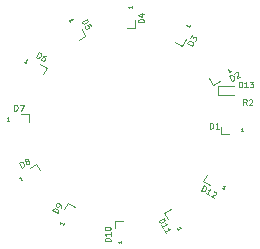
<source format=gto>
G04 #@! TF.GenerationSoftware,KiCad,Pcbnew,7.0.5.1-1-g8f565ef7f0-dirty-deb11*
G04 #@! TF.CreationDate,2023-07-22T11:30:38+00:00*
G04 #@! TF.ProjectId,pedalboard-led-ring,70656461-6c62-46f6-9172-642d6c65642d,1.0.0*
G04 #@! TF.SameCoordinates,Original*
G04 #@! TF.FileFunction,Legend,Top*
G04 #@! TF.FilePolarity,Positive*
%FSLAX46Y46*%
G04 Gerber Fmt 4.6, Leading zero omitted, Abs format (unit mm)*
G04 Created by KiCad (PCBNEW 7.0.5.1-1-g8f565ef7f0-dirty-deb11) date 2023-07-22 11:30:38*
%MOMM*%
%LPD*%
G01*
G04 APERTURE LIST*
%ADD10C,0.100000*%
%ADD11C,0.075000*%
%ADD12C,0.120000*%
%ADD13R,0.500000X0.500000*%
%ADD14C,2.200000*%
G04 APERTURE END LIST*
D10*
X82850612Y-68145712D02*
X83283624Y-67895712D01*
X83283624Y-67895712D02*
X83343148Y-67998810D01*
X83343148Y-67998810D02*
X83358243Y-68072574D01*
X83358243Y-68072574D02*
X83340813Y-68137622D01*
X83340813Y-68137622D02*
X83311479Y-68182052D01*
X83311479Y-68182052D02*
X83240905Y-68250290D01*
X83240905Y-68250290D02*
X83179046Y-68286005D01*
X83179046Y-68286005D02*
X83084662Y-68313004D01*
X83084662Y-68313004D02*
X83031518Y-68316194D01*
X83031518Y-68316194D02*
X82966469Y-68298764D01*
X82966469Y-68298764D02*
X82910136Y-68248810D01*
X82910136Y-68248810D02*
X82850612Y-68145712D01*
X83231564Y-68805540D02*
X83088707Y-68558105D01*
X83160136Y-68681823D02*
X83593148Y-68431823D01*
X83593148Y-68431823D02*
X83507480Y-68426297D01*
X83507480Y-68426297D02*
X83442431Y-68408868D01*
X83442431Y-68408868D02*
X83398002Y-68379533D01*
X83469659Y-69217933D02*
X83326802Y-68970497D01*
X83398231Y-69094215D02*
X83831243Y-68844215D01*
X83831243Y-68844215D02*
X83745575Y-68838690D01*
X83745575Y-68838690D02*
X83680526Y-68821260D01*
X83680526Y-68821260D02*
X83636097Y-68791926D01*
D11*
X84498831Y-68961975D02*
X84413117Y-68813514D01*
X84455974Y-68887744D02*
X84715782Y-68737744D01*
X84715782Y-68737744D02*
X84664381Y-68734429D01*
X84664381Y-68734429D02*
X84625351Y-68723972D01*
X84625351Y-68723972D02*
X84598694Y-68706371D01*
D10*
X87210952Y-60366109D02*
X87210952Y-59866109D01*
X87210952Y-59866109D02*
X87330000Y-59866109D01*
X87330000Y-59866109D02*
X87401428Y-59889919D01*
X87401428Y-59889919D02*
X87449047Y-59937538D01*
X87449047Y-59937538D02*
X87472857Y-59985157D01*
X87472857Y-59985157D02*
X87496666Y-60080395D01*
X87496666Y-60080395D02*
X87496666Y-60151823D01*
X87496666Y-60151823D02*
X87472857Y-60247061D01*
X87472857Y-60247061D02*
X87449047Y-60294680D01*
X87449047Y-60294680D02*
X87401428Y-60342300D01*
X87401428Y-60342300D02*
X87330000Y-60366109D01*
X87330000Y-60366109D02*
X87210952Y-60366109D01*
X87972857Y-60366109D02*
X87687143Y-60366109D01*
X87830000Y-60366109D02*
X87830000Y-59866109D01*
X87830000Y-59866109D02*
X87782381Y-59937538D01*
X87782381Y-59937538D02*
X87734762Y-59985157D01*
X87734762Y-59985157D02*
X87687143Y-60008966D01*
D11*
X90010714Y-60584885D02*
X89839285Y-60584885D01*
X89925000Y-60584885D02*
X89925000Y-60284885D01*
X89925000Y-60284885D02*
X89896428Y-60327742D01*
X89896428Y-60327742D02*
X89867857Y-60356314D01*
X89867857Y-60356314D02*
X89839285Y-60370600D01*
D10*
X81626109Y-51369047D02*
X81126109Y-51369047D01*
X81126109Y-51369047D02*
X81126109Y-51249999D01*
X81126109Y-51249999D02*
X81149919Y-51178571D01*
X81149919Y-51178571D02*
X81197538Y-51130952D01*
X81197538Y-51130952D02*
X81245157Y-51107142D01*
X81245157Y-51107142D02*
X81340395Y-51083333D01*
X81340395Y-51083333D02*
X81411823Y-51083333D01*
X81411823Y-51083333D02*
X81507061Y-51107142D01*
X81507061Y-51107142D02*
X81554680Y-51130952D01*
X81554680Y-51130952D02*
X81602300Y-51178571D01*
X81602300Y-51178571D02*
X81626109Y-51249999D01*
X81626109Y-51249999D02*
X81626109Y-51369047D01*
X81292776Y-50654761D02*
X81626109Y-50654761D01*
X81102300Y-50773809D02*
X81459442Y-50892856D01*
X81459442Y-50892856D02*
X81459442Y-50583333D01*
D11*
X80584885Y-49989285D02*
X80584885Y-50160714D01*
X80584885Y-50074999D02*
X80284885Y-50074999D01*
X80284885Y-50074999D02*
X80327742Y-50103571D01*
X80327742Y-50103571D02*
X80356314Y-50132142D01*
X80356314Y-50132142D02*
X80370600Y-50160714D01*
D10*
X86455373Y-65604681D02*
X86705373Y-65171668D01*
X86705373Y-65171668D02*
X86808471Y-65231192D01*
X86808471Y-65231192D02*
X86858425Y-65287526D01*
X86858425Y-65287526D02*
X86875855Y-65352575D01*
X86875855Y-65352575D02*
X86872665Y-65405719D01*
X86872665Y-65405719D02*
X86845666Y-65500102D01*
X86845666Y-65500102D02*
X86809952Y-65561961D01*
X86809952Y-65561961D02*
X86741713Y-65632535D01*
X86741713Y-65632535D02*
X86697284Y-65661870D01*
X86697284Y-65661870D02*
X86632235Y-65679299D01*
X86632235Y-65679299D02*
X86558471Y-65664205D01*
X86558471Y-65664205D02*
X86455373Y-65604681D01*
X87115202Y-65985633D02*
X86867766Y-65842776D01*
X86991484Y-65914205D02*
X87241484Y-65481192D01*
X87241484Y-65481192D02*
X87164530Y-65519241D01*
X87164530Y-65519241D02*
X87099482Y-65536671D01*
X87099482Y-65536671D02*
X87046337Y-65533481D01*
X87506349Y-65689098D02*
X87538874Y-65680383D01*
X87538874Y-65680383D02*
X87592018Y-65683573D01*
X87592018Y-65683573D02*
X87695116Y-65743097D01*
X87695116Y-65743097D02*
X87724450Y-65787526D01*
X87724450Y-65787526D02*
X87733165Y-65820050D01*
X87733165Y-65820050D02*
X87729975Y-65873194D01*
X87729975Y-65873194D02*
X87706166Y-65914433D01*
X87706166Y-65914433D02*
X87649832Y-65964388D01*
X87649832Y-65964388D02*
X87259539Y-66068966D01*
X87259539Y-66068966D02*
X87527595Y-66223728D01*
D11*
X88377090Y-65511882D02*
X88228628Y-65426168D01*
X88302859Y-65469025D02*
X88452859Y-65209217D01*
X88452859Y-65209217D02*
X88406687Y-65232047D01*
X88406687Y-65232047D02*
X88367657Y-65242505D01*
X88367657Y-65242505D02*
X88335771Y-65240591D01*
D10*
X71299221Y-63667904D02*
X71049221Y-63234891D01*
X71049221Y-63234891D02*
X71152319Y-63175367D01*
X71152319Y-63175367D02*
X71226083Y-63160273D01*
X71226083Y-63160273D02*
X71291132Y-63177702D01*
X71291132Y-63177702D02*
X71335561Y-63207037D01*
X71335561Y-63207037D02*
X71403800Y-63277611D01*
X71403800Y-63277611D02*
X71439514Y-63339470D01*
X71439514Y-63339470D02*
X71466513Y-63433853D01*
X71466513Y-63433853D02*
X71469703Y-63486997D01*
X71469703Y-63486997D02*
X71452273Y-63552046D01*
X71452273Y-63552046D02*
X71402319Y-63608380D01*
X71402319Y-63608380D02*
X71299221Y-63667904D01*
X71651235Y-63134754D02*
X71598091Y-63137944D01*
X71598091Y-63137944D02*
X71565567Y-63129229D01*
X71565567Y-63129229D02*
X71521138Y-63099894D01*
X71521138Y-63099894D02*
X71509233Y-63079274D01*
X71509233Y-63079274D02*
X71506043Y-63026130D01*
X71506043Y-63026130D02*
X71514758Y-62993606D01*
X71514758Y-62993606D02*
X71544093Y-62949177D01*
X71544093Y-62949177D02*
X71626571Y-62901558D01*
X71626571Y-62901558D02*
X71679715Y-62898368D01*
X71679715Y-62898368D02*
X71712240Y-62907083D01*
X71712240Y-62907083D02*
X71756669Y-62936417D01*
X71756669Y-62936417D02*
X71768574Y-62957037D01*
X71768574Y-62957037D02*
X71771763Y-63010181D01*
X71771763Y-63010181D02*
X71763049Y-63042705D01*
X71763049Y-63042705D02*
X71733714Y-63087135D01*
X71733714Y-63087135D02*
X71651235Y-63134754D01*
X71651235Y-63134754D02*
X71621901Y-63179183D01*
X71621901Y-63179183D02*
X71613186Y-63211707D01*
X71613186Y-63211707D02*
X71616376Y-63264851D01*
X71616376Y-63264851D02*
X71663995Y-63347330D01*
X71663995Y-63347330D02*
X71708424Y-63376664D01*
X71708424Y-63376664D02*
X71740948Y-63385379D01*
X71740948Y-63385379D02*
X71794093Y-63382189D01*
X71794093Y-63382189D02*
X71876571Y-63334570D01*
X71876571Y-63334570D02*
X71905906Y-63290141D01*
X71905906Y-63290141D02*
X71914621Y-63257617D01*
X71914621Y-63257617D02*
X71911431Y-63204473D01*
X71911431Y-63204473D02*
X71863812Y-63121994D01*
X71863812Y-63121994D02*
X71819382Y-63092660D01*
X71819382Y-63092660D02*
X71786858Y-63083945D01*
X71786858Y-63083945D02*
X71733714Y-63087135D01*
D11*
X71321371Y-64646746D02*
X71172910Y-64732460D01*
X71247140Y-64689603D02*
X71097140Y-64429795D01*
X71097140Y-64429795D02*
X71093825Y-64481196D01*
X71093825Y-64481196D02*
X71083368Y-64520226D01*
X71083368Y-64520226D02*
X71065767Y-64546883D01*
D10*
X78786109Y-69907142D02*
X78286109Y-69907142D01*
X78286109Y-69907142D02*
X78286109Y-69788094D01*
X78286109Y-69788094D02*
X78309919Y-69716666D01*
X78309919Y-69716666D02*
X78357538Y-69669047D01*
X78357538Y-69669047D02*
X78405157Y-69645237D01*
X78405157Y-69645237D02*
X78500395Y-69621428D01*
X78500395Y-69621428D02*
X78571823Y-69621428D01*
X78571823Y-69621428D02*
X78667061Y-69645237D01*
X78667061Y-69645237D02*
X78714680Y-69669047D01*
X78714680Y-69669047D02*
X78762300Y-69716666D01*
X78762300Y-69716666D02*
X78786109Y-69788094D01*
X78786109Y-69788094D02*
X78786109Y-69907142D01*
X78786109Y-69145237D02*
X78786109Y-69430951D01*
X78786109Y-69288094D02*
X78286109Y-69288094D01*
X78286109Y-69288094D02*
X78357538Y-69335713D01*
X78357538Y-69335713D02*
X78405157Y-69383332D01*
X78405157Y-69383332D02*
X78428966Y-69430951D01*
X78286109Y-68835714D02*
X78286109Y-68788095D01*
X78286109Y-68788095D02*
X78309919Y-68740476D01*
X78309919Y-68740476D02*
X78333728Y-68716666D01*
X78333728Y-68716666D02*
X78381347Y-68692857D01*
X78381347Y-68692857D02*
X78476585Y-68669047D01*
X78476585Y-68669047D02*
X78595633Y-68669047D01*
X78595633Y-68669047D02*
X78690871Y-68692857D01*
X78690871Y-68692857D02*
X78738490Y-68716666D01*
X78738490Y-68716666D02*
X78762300Y-68740476D01*
X78762300Y-68740476D02*
X78786109Y-68788095D01*
X78786109Y-68788095D02*
X78786109Y-68835714D01*
X78786109Y-68835714D02*
X78762300Y-68883333D01*
X78762300Y-68883333D02*
X78738490Y-68907142D01*
X78738490Y-68907142D02*
X78690871Y-68930952D01*
X78690871Y-68930952D02*
X78595633Y-68954761D01*
X78595633Y-68954761D02*
X78476585Y-68954761D01*
X78476585Y-68954761D02*
X78381347Y-68930952D01*
X78381347Y-68930952D02*
X78333728Y-68907142D01*
X78333728Y-68907142D02*
X78309919Y-68883333D01*
X78309919Y-68883333D02*
X78286109Y-68835714D01*
D11*
X79684885Y-69839285D02*
X79684885Y-70010714D01*
X79684885Y-69924999D02*
X79384885Y-69924999D01*
X79384885Y-69924999D02*
X79427742Y-69953571D01*
X79427742Y-69953571D02*
X79456314Y-69982142D01*
X79456314Y-69982142D02*
X79470600Y-70010714D01*
D10*
X70630952Y-58826109D02*
X70630952Y-58326109D01*
X70630952Y-58326109D02*
X70750000Y-58326109D01*
X70750000Y-58326109D02*
X70821428Y-58349919D01*
X70821428Y-58349919D02*
X70869047Y-58397538D01*
X70869047Y-58397538D02*
X70892857Y-58445157D01*
X70892857Y-58445157D02*
X70916666Y-58540395D01*
X70916666Y-58540395D02*
X70916666Y-58611823D01*
X70916666Y-58611823D02*
X70892857Y-58707061D01*
X70892857Y-58707061D02*
X70869047Y-58754680D01*
X70869047Y-58754680D02*
X70821428Y-58802300D01*
X70821428Y-58802300D02*
X70750000Y-58826109D01*
X70750000Y-58826109D02*
X70630952Y-58826109D01*
X71083333Y-58326109D02*
X71416666Y-58326109D01*
X71416666Y-58326109D02*
X71202381Y-58826109D01*
D11*
X70160714Y-59684885D02*
X69989285Y-59684885D01*
X70075000Y-59684885D02*
X70075000Y-59384885D01*
X70075000Y-59384885D02*
X70046428Y-59427742D01*
X70046428Y-59427742D02*
X70017857Y-59456314D01*
X70017857Y-59456314D02*
X69989285Y-59470600D01*
D10*
X72473111Y-54298856D02*
X72723111Y-53865844D01*
X72723111Y-53865844D02*
X72826210Y-53925368D01*
X72826210Y-53925368D02*
X72876164Y-53981701D01*
X72876164Y-53981701D02*
X72893594Y-54046750D01*
X72893594Y-54046750D02*
X72890404Y-54099894D01*
X72890404Y-54099894D02*
X72863404Y-54194278D01*
X72863404Y-54194278D02*
X72827690Y-54256137D01*
X72827690Y-54256137D02*
X72759451Y-54326711D01*
X72759451Y-54326711D02*
X72715022Y-54356045D01*
X72715022Y-54356045D02*
X72649973Y-54373475D01*
X72649973Y-54373475D02*
X72576210Y-54358380D01*
X72576210Y-54358380D02*
X72473111Y-54298856D01*
X73341701Y-54222987D02*
X73259222Y-54175368D01*
X73259222Y-54175368D02*
X73206078Y-54172178D01*
X73206078Y-54172178D02*
X73173554Y-54180893D01*
X73173554Y-54180893D02*
X73096600Y-54218942D01*
X73096600Y-54218942D02*
X73028362Y-54289516D01*
X73028362Y-54289516D02*
X72933123Y-54454473D01*
X72933123Y-54454473D02*
X72929934Y-54507617D01*
X72929934Y-54507617D02*
X72938648Y-54540142D01*
X72938648Y-54540142D02*
X72967983Y-54584571D01*
X72967983Y-54584571D02*
X73050462Y-54632190D01*
X73050462Y-54632190D02*
X73103606Y-54635380D01*
X73103606Y-54635380D02*
X73136130Y-54626665D01*
X73136130Y-54626665D02*
X73180559Y-54597330D01*
X73180559Y-54597330D02*
X73240083Y-54494232D01*
X73240083Y-54494232D02*
X73243273Y-54441088D01*
X73243273Y-54441088D02*
X73234558Y-54408563D01*
X73234558Y-54408563D02*
X73205224Y-54364134D01*
X73205224Y-54364134D02*
X73122745Y-54316515D01*
X73122745Y-54316515D02*
X73069601Y-54313325D01*
X73069601Y-54313325D02*
X73037076Y-54322040D01*
X73037076Y-54322040D02*
X72992647Y-54351375D01*
D11*
X71636486Y-54807460D02*
X71488024Y-54721746D01*
X71562255Y-54764603D02*
X71712255Y-54504795D01*
X71712255Y-54504795D02*
X71666083Y-54527625D01*
X71666083Y-54527625D02*
X71627053Y-54538083D01*
X71627053Y-54538083D02*
X71595167Y-54536169D01*
D10*
X90316666Y-58376109D02*
X90150000Y-58138014D01*
X90030952Y-58376109D02*
X90030952Y-57876109D01*
X90030952Y-57876109D02*
X90221428Y-57876109D01*
X90221428Y-57876109D02*
X90269047Y-57899919D01*
X90269047Y-57899919D02*
X90292857Y-57923728D01*
X90292857Y-57923728D02*
X90316666Y-57971347D01*
X90316666Y-57971347D02*
X90316666Y-58042776D01*
X90316666Y-58042776D02*
X90292857Y-58090395D01*
X90292857Y-58090395D02*
X90269047Y-58114204D01*
X90269047Y-58114204D02*
X90221428Y-58138014D01*
X90221428Y-58138014D02*
X90030952Y-58138014D01*
X90507143Y-57923728D02*
X90530952Y-57899919D01*
X90530952Y-57899919D02*
X90578571Y-57876109D01*
X90578571Y-57876109D02*
X90697619Y-57876109D01*
X90697619Y-57876109D02*
X90745238Y-57899919D01*
X90745238Y-57899919D02*
X90769047Y-57923728D01*
X90769047Y-57923728D02*
X90792857Y-57971347D01*
X90792857Y-57971347D02*
X90792857Y-58018966D01*
X90792857Y-58018966D02*
X90769047Y-58090395D01*
X90769047Y-58090395D02*
X90483333Y-58376109D01*
X90483333Y-58376109D02*
X90792857Y-58376109D01*
X89642857Y-56876109D02*
X89642857Y-56376109D01*
X89642857Y-56376109D02*
X89761905Y-56376109D01*
X89761905Y-56376109D02*
X89833333Y-56399919D01*
X89833333Y-56399919D02*
X89880952Y-56447538D01*
X89880952Y-56447538D02*
X89904762Y-56495157D01*
X89904762Y-56495157D02*
X89928571Y-56590395D01*
X89928571Y-56590395D02*
X89928571Y-56661823D01*
X89928571Y-56661823D02*
X89904762Y-56757061D01*
X89904762Y-56757061D02*
X89880952Y-56804680D01*
X89880952Y-56804680D02*
X89833333Y-56852300D01*
X89833333Y-56852300D02*
X89761905Y-56876109D01*
X89761905Y-56876109D02*
X89642857Y-56876109D01*
X90404762Y-56876109D02*
X90119048Y-56876109D01*
X90261905Y-56876109D02*
X90261905Y-56376109D01*
X90261905Y-56376109D02*
X90214286Y-56447538D01*
X90214286Y-56447538D02*
X90166667Y-56495157D01*
X90166667Y-56495157D02*
X90119048Y-56518966D01*
X90571428Y-56376109D02*
X90880952Y-56376109D01*
X90880952Y-56376109D02*
X90714285Y-56566585D01*
X90714285Y-56566585D02*
X90785714Y-56566585D01*
X90785714Y-56566585D02*
X90833333Y-56590395D01*
X90833333Y-56590395D02*
X90857142Y-56614204D01*
X90857142Y-56614204D02*
X90880952Y-56661823D01*
X90880952Y-56661823D02*
X90880952Y-56780871D01*
X90880952Y-56780871D02*
X90857142Y-56828490D01*
X90857142Y-56828490D02*
X90833333Y-56852300D01*
X90833333Y-56852300D02*
X90785714Y-56876109D01*
X90785714Y-56876109D02*
X90642857Y-56876109D01*
X90642857Y-56876109D02*
X90595238Y-56852300D01*
X90595238Y-56852300D02*
X90571428Y-56828490D01*
X89093450Y-56330340D02*
X88843450Y-55897327D01*
X88843450Y-55897327D02*
X88946548Y-55837803D01*
X88946548Y-55837803D02*
X89020312Y-55822709D01*
X89020312Y-55822709D02*
X89085361Y-55840138D01*
X89085361Y-55840138D02*
X89129790Y-55869473D01*
X89129790Y-55869473D02*
X89198029Y-55940047D01*
X89198029Y-55940047D02*
X89233743Y-56001906D01*
X89233743Y-56001906D02*
X89260742Y-56096289D01*
X89260742Y-56096289D02*
X89263932Y-56149433D01*
X89263932Y-56149433D02*
X89246502Y-56214482D01*
X89246502Y-56214482D02*
X89196548Y-56270816D01*
X89196548Y-56270816D02*
X89093450Y-56330340D01*
X89279652Y-55700471D02*
X89288367Y-55667947D01*
X89288367Y-55667947D02*
X89317702Y-55623518D01*
X89317702Y-55623518D02*
X89420800Y-55563994D01*
X89420800Y-55563994D02*
X89473944Y-55560804D01*
X89473944Y-55560804D02*
X89506469Y-55569519D01*
X89506469Y-55569519D02*
X89550898Y-55598853D01*
X89550898Y-55598853D02*
X89574707Y-55640093D01*
X89574707Y-55640093D02*
X89589802Y-55713856D01*
X89589802Y-55713856D02*
X89485223Y-56104149D01*
X89485223Y-56104149D02*
X89753279Y-55949387D01*
D11*
X88961975Y-55501168D02*
X88813514Y-55586882D01*
X88887744Y-55544025D02*
X88737744Y-55284217D01*
X88737744Y-55284217D02*
X88734429Y-55335618D01*
X88734429Y-55335618D02*
X88723972Y-55374648D01*
X88723972Y-55374648D02*
X88706371Y-55401305D01*
D10*
X76332095Y-51299221D02*
X76765108Y-51049221D01*
X76765108Y-51049221D02*
X76824632Y-51152319D01*
X76824632Y-51152319D02*
X76839726Y-51226083D01*
X76839726Y-51226083D02*
X76822297Y-51291132D01*
X76822297Y-51291132D02*
X76792962Y-51335561D01*
X76792962Y-51335561D02*
X76722388Y-51403800D01*
X76722388Y-51403800D02*
X76660529Y-51439514D01*
X76660529Y-51439514D02*
X76566146Y-51466513D01*
X76566146Y-51466513D02*
X76513002Y-51469703D01*
X76513002Y-51469703D02*
X76447953Y-51452273D01*
X76447953Y-51452273D02*
X76391619Y-51402319D01*
X76391619Y-51402319D02*
X76332095Y-51299221D01*
X77134156Y-51688430D02*
X77015108Y-51482234D01*
X77015108Y-51482234D02*
X76797007Y-51580662D01*
X76797007Y-51580662D02*
X76829531Y-51589376D01*
X76829531Y-51589376D02*
X76873960Y-51618711D01*
X76873960Y-51618711D02*
X76933484Y-51721809D01*
X76933484Y-51721809D02*
X76936674Y-51774953D01*
X76936674Y-51774953D02*
X76927959Y-51807478D01*
X76927959Y-51807478D02*
X76898624Y-51851907D01*
X76898624Y-51851907D02*
X76795526Y-51911431D01*
X76795526Y-51911431D02*
X76742382Y-51914621D01*
X76742382Y-51914621D02*
X76709858Y-51905906D01*
X76709858Y-51905906D02*
X76665429Y-51876571D01*
X76665429Y-51876571D02*
X76605905Y-51773473D01*
X76605905Y-51773473D02*
X76602715Y-51720329D01*
X76602715Y-51720329D02*
X76611430Y-51687804D01*
D11*
X75353253Y-51321371D02*
X75267539Y-51172910D01*
X75310396Y-51247140D02*
X75570204Y-51097140D01*
X75570204Y-51097140D02*
X75518803Y-51093825D01*
X75518803Y-51093825D02*
X75479773Y-51083368D01*
X75479773Y-51083368D02*
X75453116Y-51065767D01*
D10*
X74298856Y-67526888D02*
X73865844Y-67276888D01*
X73865844Y-67276888D02*
X73925368Y-67173789D01*
X73925368Y-67173789D02*
X73981701Y-67123835D01*
X73981701Y-67123835D02*
X74046750Y-67106405D01*
X74046750Y-67106405D02*
X74099894Y-67109595D01*
X74099894Y-67109595D02*
X74194278Y-67136595D01*
X74194278Y-67136595D02*
X74256137Y-67172309D01*
X74256137Y-67172309D02*
X74326711Y-67240548D01*
X74326711Y-67240548D02*
X74356045Y-67284977D01*
X74356045Y-67284977D02*
X74373475Y-67350026D01*
X74373475Y-67350026D02*
X74358380Y-67423789D01*
X74358380Y-67423789D02*
X74298856Y-67526888D01*
X74560761Y-67073255D02*
X74608380Y-66990777D01*
X74608380Y-66990777D02*
X74611570Y-66937633D01*
X74611570Y-66937633D02*
X74602855Y-66905108D01*
X74602855Y-66905108D02*
X74564806Y-66828155D01*
X74564806Y-66828155D02*
X74494232Y-66759916D01*
X74494232Y-66759916D02*
X74329275Y-66664678D01*
X74329275Y-66664678D02*
X74276131Y-66661488D01*
X74276131Y-66661488D02*
X74243606Y-66670203D01*
X74243606Y-66670203D02*
X74199177Y-66699537D01*
X74199177Y-66699537D02*
X74151558Y-66782016D01*
X74151558Y-66782016D02*
X74148368Y-66835160D01*
X74148368Y-66835160D02*
X74157083Y-66867684D01*
X74157083Y-66867684D02*
X74186418Y-66912114D01*
X74186418Y-66912114D02*
X74289516Y-66971637D01*
X74289516Y-66971637D02*
X74342660Y-66974827D01*
X74342660Y-66974827D02*
X74375184Y-66966112D01*
X74375184Y-66966112D02*
X74419613Y-66936778D01*
X74419613Y-66936778D02*
X74467233Y-66854299D01*
X74467233Y-66854299D02*
X74470422Y-66801155D01*
X74470422Y-66801155D02*
X74461707Y-66768631D01*
X74461707Y-66768631D02*
X74432373Y-66724202D01*
D11*
X74807460Y-68363513D02*
X74721746Y-68511975D01*
X74764603Y-68437744D02*
X74504795Y-68287744D01*
X74504795Y-68287744D02*
X74527625Y-68333916D01*
X74527625Y-68333916D02*
X74538083Y-68372946D01*
X74538083Y-68372946D02*
X74536169Y-68404832D01*
D10*
X85723728Y-53338430D02*
X85290716Y-53088430D01*
X85290716Y-53088430D02*
X85350240Y-52985331D01*
X85350240Y-52985331D02*
X85406573Y-52935377D01*
X85406573Y-52935377D02*
X85471622Y-52917947D01*
X85471622Y-52917947D02*
X85524766Y-52921137D01*
X85524766Y-52921137D02*
X85619150Y-52948137D01*
X85619150Y-52948137D02*
X85681009Y-52983851D01*
X85681009Y-52983851D02*
X85751583Y-53052090D01*
X85751583Y-53052090D02*
X85780917Y-53096519D01*
X85780917Y-53096519D02*
X85798347Y-53161568D01*
X85798347Y-53161568D02*
X85783252Y-53235331D01*
X85783252Y-53235331D02*
X85723728Y-53338430D01*
X85516906Y-52696656D02*
X85671668Y-52428601D01*
X85671668Y-52428601D02*
X85753292Y-52668176D01*
X85753292Y-52668176D02*
X85789006Y-52606317D01*
X85789006Y-52606317D02*
X85833435Y-52576983D01*
X85833435Y-52576983D02*
X85865960Y-52568268D01*
X85865960Y-52568268D02*
X85919104Y-52571458D01*
X85919104Y-52571458D02*
X86022202Y-52630982D01*
X86022202Y-52630982D02*
X86051537Y-52675411D01*
X86051537Y-52675411D02*
X86060252Y-52707935D01*
X86060252Y-52707935D02*
X86057062Y-52761079D01*
X86057062Y-52761079D02*
X85985633Y-52884797D01*
X85985633Y-52884797D02*
X85941204Y-52914132D01*
X85941204Y-52914132D02*
X85908680Y-52922847D01*
D11*
X85511882Y-51622909D02*
X85426168Y-51771371D01*
X85469025Y-51697140D02*
X85209217Y-51547140D01*
X85209217Y-51547140D02*
X85232047Y-51593312D01*
X85232047Y-51593312D02*
X85242505Y-51632342D01*
X85242505Y-51632342D02*
X85240591Y-51664228D01*
D10*
X83338878Y-67483107D02*
X83663878Y-68046024D01*
X83901795Y-67158107D02*
X83338878Y-67483107D01*
X88150000Y-60850000D02*
X88800000Y-60850000D01*
X88150000Y-60200000D02*
X88150000Y-60850000D01*
X80850000Y-51850000D02*
X80850000Y-51200000D01*
X80200000Y-51850000D02*
X80850000Y-51850000D01*
X86633107Y-64811122D02*
X87196024Y-65136122D01*
X86958107Y-64248205D02*
X86633107Y-64811122D01*
X72516893Y-63338878D02*
X71953976Y-63663878D01*
X72841893Y-63901795D02*
X72516893Y-63338878D01*
X79150000Y-68150000D02*
X79150000Y-68800000D01*
X79800000Y-68150000D02*
X79150000Y-68150000D01*
X71850000Y-59150000D02*
X71200000Y-59150000D01*
X71850000Y-59800000D02*
X71850000Y-59150000D01*
X73366893Y-55188878D02*
X72803976Y-54863878D01*
X73041893Y-55751795D02*
X73366893Y-55188878D01*
D12*
X87912500Y-56750000D02*
X87912500Y-57550000D01*
X89272500Y-56750000D02*
X87912500Y-56750000D01*
X89272500Y-57550000D02*
X87912500Y-57550000D01*
D10*
X87483107Y-56661122D02*
X88046024Y-56336122D01*
X87158107Y-56098205D02*
X87483107Y-56661122D01*
X76661122Y-52516893D02*
X76336122Y-51953976D01*
X76098205Y-52841893D02*
X76661122Y-52516893D01*
X75188878Y-66633107D02*
X74863878Y-67196024D01*
X75751795Y-66958107D02*
X75188878Y-66633107D01*
X84811122Y-53366893D02*
X85136122Y-52803976D01*
X84248205Y-53041893D02*
X84811122Y-53366893D01*
%LPC*%
G36*
X84676795Y-68500446D02*
G01*
X84243783Y-68750446D01*
X83993783Y-68317434D01*
X84426795Y-68067434D01*
X84676795Y-68500446D01*
G37*
G36*
X85456217Y-68050446D02*
G01*
X85023205Y-68300446D01*
X84773205Y-67867434D01*
X85206217Y-67617434D01*
X85456217Y-68050446D01*
G37*
G36*
X85006217Y-67271024D02*
G01*
X84573205Y-67521024D01*
X84323205Y-67088012D01*
X84756217Y-66838012D01*
X85006217Y-67271024D01*
G37*
G36*
X84226795Y-67721024D02*
G01*
X83793783Y-67971024D01*
X83543783Y-67538012D01*
X83976795Y-67288012D01*
X84226795Y-67721024D01*
G37*
G36*
G01*
X78550000Y-50335000D02*
X78750000Y-50335000D01*
G75*
G02*
X78850000Y-50435000I0J-100000D01*
G01*
X78850000Y-50870000D01*
G75*
G02*
X78750000Y-50970000I-100000J0D01*
G01*
X78550000Y-50970000D01*
G75*
G02*
X78450000Y-50870000I0J100000D01*
G01*
X78450000Y-50435000D01*
G75*
G02*
X78550000Y-50335000I100000J0D01*
G01*
G37*
G36*
G01*
X78550000Y-51150000D02*
X78750000Y-51150000D01*
G75*
G02*
X78850000Y-51250000I0J-100000D01*
G01*
X78850000Y-51685000D01*
G75*
G02*
X78750000Y-51785000I-100000J0D01*
G01*
X78550000Y-51785000D01*
G75*
G02*
X78450000Y-51685000I0J100000D01*
G01*
X78450000Y-51250000D01*
G75*
G02*
X78550000Y-51150000I100000J0D01*
G01*
G37*
G36*
G01*
X73911763Y-52354864D02*
X74084969Y-52254864D01*
G75*
G02*
X74221572Y-52291467I50000J-86603D01*
G01*
X74439072Y-52668189D01*
G75*
G02*
X74402469Y-52804792I-86603J-50000D01*
G01*
X74229263Y-52904792D01*
G75*
G02*
X74092660Y-52868189I-50000J86603D01*
G01*
X73875160Y-52491467D01*
G75*
G02*
X73911763Y-52354864I86603J50000D01*
G01*
G37*
G36*
G01*
X74319263Y-53060674D02*
X74492469Y-52960674D01*
G75*
G02*
X74629072Y-52997277I50000J-86603D01*
G01*
X74846572Y-53373999D01*
G75*
G02*
X74809969Y-53510602I-86603J-50000D01*
G01*
X74636763Y-53610602D01*
G75*
G02*
X74500160Y-53573999I-50000J86603D01*
G01*
X74282660Y-53197277D01*
G75*
G02*
X74319263Y-53060674I86603J50000D01*
G01*
G37*
D13*
X89450000Y-60450000D03*
X89450000Y-59550000D03*
X88550000Y-59550000D03*
X88550000Y-60450000D03*
X80450000Y-50550000D03*
X79550000Y-50550000D03*
X79550000Y-51450000D03*
X80450000Y-51450000D03*
G36*
X88300446Y-65023205D02*
G01*
X88050446Y-65456217D01*
X87617434Y-65206217D01*
X87867434Y-64773205D01*
X88300446Y-65023205D01*
G37*
G36*
X88750446Y-64243783D02*
G01*
X88500446Y-64676795D01*
X88067434Y-64426795D01*
X88317434Y-63993783D01*
X88750446Y-64243783D01*
G37*
G36*
X87971024Y-63793783D02*
G01*
X87721024Y-64226795D01*
X87288012Y-63976795D01*
X87538012Y-63543783D01*
X87971024Y-63793783D01*
G37*
G36*
X87521024Y-64573205D02*
G01*
X87271024Y-65006217D01*
X86838012Y-64756217D01*
X87088012Y-64323205D01*
X87521024Y-64573205D01*
G37*
G36*
X71499554Y-64676795D02*
G01*
X71249554Y-64243783D01*
X71682566Y-63993783D01*
X71932566Y-64426795D01*
X71499554Y-64676795D01*
G37*
G36*
X71949554Y-65456217D02*
G01*
X71699554Y-65023205D01*
X72132566Y-64773205D01*
X72382566Y-65206217D01*
X71949554Y-65456217D01*
G37*
G36*
X72728976Y-65006217D02*
G01*
X72478976Y-64573205D01*
X72911988Y-64323205D01*
X73161988Y-64756217D01*
X72728976Y-65006217D01*
G37*
G36*
X72278976Y-64226795D02*
G01*
X72028976Y-63793783D01*
X72461988Y-63543783D01*
X72711988Y-63976795D01*
X72278976Y-64226795D01*
G37*
X79550000Y-69450000D03*
X80450000Y-69450000D03*
X80450000Y-68550000D03*
X79550000Y-68550000D03*
X70550000Y-59550000D03*
X70550000Y-60450000D03*
X71450000Y-60450000D03*
X71450000Y-59550000D03*
G36*
X71699554Y-54976795D02*
G01*
X71949554Y-54543783D01*
X72382566Y-54793783D01*
X72132566Y-55226795D01*
X71699554Y-54976795D01*
G37*
G36*
X71249554Y-55756217D02*
G01*
X71499554Y-55323205D01*
X71932566Y-55573205D01*
X71682566Y-56006217D01*
X71249554Y-55756217D01*
G37*
G36*
X72028976Y-56206217D02*
G01*
X72278976Y-55773205D01*
X72711988Y-56023205D01*
X72461988Y-56456217D01*
X72028976Y-56206217D01*
G37*
G36*
X72478976Y-55426795D02*
G01*
X72728976Y-54993783D01*
X73161988Y-55243783D01*
X72911988Y-55676795D01*
X72478976Y-55426795D01*
G37*
D14*
X90000000Y-50000000D03*
G36*
G01*
X89725000Y-57850000D02*
X89725000Y-58050000D01*
G75*
G02*
X89625000Y-58150000I-100000J0D01*
G01*
X89190000Y-58150000D01*
G75*
G02*
X89090000Y-58050000I0J100000D01*
G01*
X89090000Y-57850000D01*
G75*
G02*
X89190000Y-57750000I100000J0D01*
G01*
X89625000Y-57750000D01*
G75*
G02*
X89725000Y-57850000I0J-100000D01*
G01*
G37*
G36*
G01*
X88910000Y-57850000D02*
X88910000Y-58050000D01*
G75*
G02*
X88810000Y-58150000I-100000J0D01*
G01*
X88375000Y-58150000D01*
G75*
G02*
X88275000Y-58050000I0J100000D01*
G01*
X88275000Y-57850000D01*
G75*
G02*
X88375000Y-57750000I100000J0D01*
G01*
X88810000Y-57750000D01*
G75*
G02*
X88910000Y-57850000I0J-100000D01*
G01*
G37*
G36*
G01*
X70335000Y-61450000D02*
X70335000Y-61250000D01*
G75*
G02*
X70435000Y-61150000I100000J0D01*
G01*
X70870000Y-61150000D01*
G75*
G02*
X70970000Y-61250000I0J-100000D01*
G01*
X70970000Y-61450000D01*
G75*
G02*
X70870000Y-61550000I-100000J0D01*
G01*
X70435000Y-61550000D01*
G75*
G02*
X70335000Y-61450000I0J100000D01*
G01*
G37*
G36*
G01*
X71150000Y-61450000D02*
X71150000Y-61250000D01*
G75*
G02*
X71250000Y-61150000I100000J0D01*
G01*
X71685000Y-61150000D01*
G75*
G02*
X71785000Y-61250000I0J-100000D01*
G01*
X71785000Y-61450000D01*
G75*
G02*
X71685000Y-61550000I-100000J0D01*
G01*
X71250000Y-61550000D01*
G75*
G02*
X71150000Y-61450000I0J100000D01*
G01*
G37*
G36*
G01*
X88532500Y-57087500D02*
X88532500Y-57212500D01*
G75*
G02*
X88470000Y-57275000I-62500J0D01*
G01*
X88235000Y-57275000D01*
G75*
G02*
X88172500Y-57212500I0J62500D01*
G01*
X88172500Y-57087500D01*
G75*
G02*
X88235000Y-57025000I62500J0D01*
G01*
X88470000Y-57025000D01*
G75*
G02*
X88532500Y-57087500I0J-62500D01*
G01*
G37*
G36*
G01*
X89372500Y-57087500D02*
X89372500Y-57212500D01*
G75*
G02*
X89310000Y-57275000I-62500J0D01*
G01*
X89075000Y-57275000D01*
G75*
G02*
X89012500Y-57212500I0J62500D01*
G01*
X89012500Y-57087500D01*
G75*
G02*
X89075000Y-57025000I62500J0D01*
G01*
X89310000Y-57025000D01*
G75*
G02*
X89372500Y-57087500I0J-62500D01*
G01*
G37*
G36*
G01*
X72354864Y-66088237D02*
X72254864Y-65915031D01*
G75*
G02*
X72291467Y-65778428I86603J50000D01*
G01*
X72668189Y-65560928D01*
G75*
G02*
X72804792Y-65597531I50000J-86603D01*
G01*
X72904792Y-65770737D01*
G75*
G02*
X72868189Y-65907340I-86603J-50000D01*
G01*
X72491467Y-66124840D01*
G75*
G02*
X72354864Y-66088237I-50000J86603D01*
G01*
G37*
G36*
G01*
X73060674Y-65680737D02*
X72960674Y-65507531D01*
G75*
G02*
X72997277Y-65370928I86603J50000D01*
G01*
X73373999Y-65153428D01*
G75*
G02*
X73510602Y-65190031I50000J-86603D01*
G01*
X73610602Y-65363237D01*
G75*
G02*
X73573999Y-65499840I-86603J-50000D01*
G01*
X73197277Y-65717340D01*
G75*
G02*
X73060674Y-65680737I-50000J86603D01*
G01*
G37*
G36*
G01*
X76423237Y-69095136D02*
X76250031Y-68995136D01*
G75*
G02*
X76213428Y-68858533I50000J86603D01*
G01*
X76430928Y-68481811D01*
G75*
G02*
X76567531Y-68445208I86603J-50000D01*
G01*
X76740737Y-68545208D01*
G75*
G02*
X76777340Y-68681811I-50000J-86603D01*
G01*
X76559840Y-69058533D01*
G75*
G02*
X76423237Y-69095136I-86603J50000D01*
G01*
G37*
G36*
G01*
X76830737Y-68389326D02*
X76657531Y-68289326D01*
G75*
G02*
X76620928Y-68152723I50000J86603D01*
G01*
X76838428Y-67776001D01*
G75*
G02*
X76975031Y-67739398I86603J-50000D01*
G01*
X77148237Y-67839398D01*
G75*
G02*
X77184840Y-67976001I-50000J-86603D01*
G01*
X76967340Y-68352723D01*
G75*
G02*
X76830737Y-68389326I-86603J50000D01*
G01*
G37*
X70000000Y-50000000D03*
G36*
G01*
X86088237Y-67645136D02*
X85915031Y-67745136D01*
G75*
G02*
X85778428Y-67708533I-50000J86603D01*
G01*
X85560928Y-67331811D01*
G75*
G02*
X85597531Y-67195208I86603J50000D01*
G01*
X85770737Y-67095208D01*
G75*
G02*
X85907340Y-67131811I50000J-86603D01*
G01*
X86124840Y-67508533D01*
G75*
G02*
X86088237Y-67645136I-86603J-50000D01*
G01*
G37*
G36*
G01*
X85680737Y-66939326D02*
X85507531Y-67039326D01*
G75*
G02*
X85370928Y-67002723I-50000J86603D01*
G01*
X85153428Y-66626001D01*
G75*
G02*
X85190031Y-66489398I86603J50000D01*
G01*
X85363237Y-66389398D01*
G75*
G02*
X85499840Y-66426001I50000J-86603D01*
G01*
X85717340Y-66802723D01*
G75*
G02*
X85680737Y-66939326I-86603J-50000D01*
G01*
G37*
G36*
G01*
X70904864Y-56423237D02*
X71004864Y-56250031D01*
G75*
G02*
X71141467Y-56213428I86603J-50000D01*
G01*
X71518189Y-56430928D01*
G75*
G02*
X71554792Y-56567531I-50000J-86603D01*
G01*
X71454792Y-56740737D01*
G75*
G02*
X71318189Y-56777340I-86603J50000D01*
G01*
X70941467Y-56559840D01*
G75*
G02*
X70904864Y-56423237I50000J86603D01*
G01*
G37*
G36*
G01*
X71610674Y-56830737D02*
X71710674Y-56657531D01*
G75*
G02*
X71847277Y-56620928I86603J-50000D01*
G01*
X72223999Y-56838428D01*
G75*
G02*
X72260602Y-56975031I-50000J-86603D01*
G01*
X72160602Y-57148237D01*
G75*
G02*
X72023999Y-57184840I-86603J50000D01*
G01*
X71647277Y-56967340D01*
G75*
G02*
X71610674Y-56830737I50000J86603D01*
G01*
G37*
G36*
G01*
X81450000Y-69665000D02*
X81250000Y-69665000D01*
G75*
G02*
X81150000Y-69565000I0J100000D01*
G01*
X81150000Y-69130000D01*
G75*
G02*
X81250000Y-69030000I100000J0D01*
G01*
X81450000Y-69030000D01*
G75*
G02*
X81550000Y-69130000I0J-100000D01*
G01*
X81550000Y-69565000D01*
G75*
G02*
X81450000Y-69665000I-100000J0D01*
G01*
G37*
G36*
G01*
X81450000Y-68850000D02*
X81250000Y-68850000D01*
G75*
G02*
X81150000Y-68750000I0J100000D01*
G01*
X81150000Y-68315000D01*
G75*
G02*
X81250000Y-68215000I100000J0D01*
G01*
X81450000Y-68215000D01*
G75*
G02*
X81550000Y-68315000I0J-100000D01*
G01*
X81550000Y-68750000D01*
G75*
G02*
X81450000Y-68850000I-100000J0D01*
G01*
G37*
G36*
X88500446Y-55323205D02*
G01*
X88750446Y-55756217D01*
X88317434Y-56006217D01*
X88067434Y-55573205D01*
X88500446Y-55323205D01*
G37*
G36*
X88050446Y-54543783D02*
G01*
X88300446Y-54976795D01*
X87867434Y-55226795D01*
X87617434Y-54793783D01*
X88050446Y-54543783D01*
G37*
G36*
X87271024Y-54993783D02*
G01*
X87521024Y-55426795D01*
X87088012Y-55676795D01*
X86838012Y-55243783D01*
X87271024Y-54993783D01*
G37*
G36*
X87721024Y-55773205D02*
G01*
X87971024Y-56206217D01*
X87538012Y-56456217D01*
X87288012Y-56023205D01*
X87721024Y-55773205D01*
G37*
G36*
G01*
X88425000Y-58750000D02*
X88425000Y-58550000D01*
G75*
G02*
X88525000Y-58450000I100000J0D01*
G01*
X88960000Y-58450000D01*
G75*
G02*
X89060000Y-58550000I0J-100000D01*
G01*
X89060000Y-58750000D01*
G75*
G02*
X88960000Y-58850000I-100000J0D01*
G01*
X88525000Y-58850000D01*
G75*
G02*
X88425000Y-58750000I0J100000D01*
G01*
G37*
G36*
G01*
X89240000Y-58750000D02*
X89240000Y-58550000D01*
G75*
G02*
X89340000Y-58450000I100000J0D01*
G01*
X89775000Y-58450000D01*
G75*
G02*
X89875000Y-58550000I0J-100000D01*
G01*
X89875000Y-58750000D01*
G75*
G02*
X89775000Y-58850000I-100000J0D01*
G01*
X89340000Y-58850000D01*
G75*
G02*
X89240000Y-58750000I0J100000D01*
G01*
G37*
G36*
G01*
X87645136Y-53911763D02*
X87745136Y-54084969D01*
G75*
G02*
X87708533Y-54221572I-86603J-50000D01*
G01*
X87331811Y-54439072D01*
G75*
G02*
X87195208Y-54402469I-50000J86603D01*
G01*
X87095208Y-54229263D01*
G75*
G02*
X87131811Y-54092660I86603J50000D01*
G01*
X87508533Y-53875160D01*
G75*
G02*
X87645136Y-53911763I50000J-86603D01*
G01*
G37*
G36*
G01*
X86939326Y-54319263D02*
X87039326Y-54492469D01*
G75*
G02*
X87002723Y-54629072I-86603J-50000D01*
G01*
X86626001Y-54846572D01*
G75*
G02*
X86489398Y-54809969I-50000J86603D01*
G01*
X86389398Y-54636763D01*
G75*
G02*
X86426001Y-54500160I86603J50000D01*
G01*
X86802723Y-54282660D01*
G75*
G02*
X86939326Y-54319263I50000J-86603D01*
G01*
G37*
G36*
X75323205Y-51499554D02*
G01*
X75756217Y-51249554D01*
X76006217Y-51682566D01*
X75573205Y-51932566D01*
X75323205Y-51499554D01*
G37*
G36*
X74543783Y-51949554D02*
G01*
X74976795Y-51699554D01*
X75226795Y-52132566D01*
X74793783Y-52382566D01*
X74543783Y-51949554D01*
G37*
G36*
X74993783Y-52728976D02*
G01*
X75426795Y-52478976D01*
X75676795Y-52911988D01*
X75243783Y-53161988D01*
X74993783Y-52728976D01*
G37*
G36*
X75773205Y-52278976D02*
G01*
X76206217Y-52028976D01*
X76456217Y-52461988D01*
X76023205Y-52711988D01*
X75773205Y-52278976D01*
G37*
G36*
G01*
X89095136Y-63576763D02*
X88995136Y-63749969D01*
G75*
G02*
X88858533Y-63786572I-86603J50000D01*
G01*
X88481811Y-63569072D01*
G75*
G02*
X88445208Y-63432469I50000J86603D01*
G01*
X88545208Y-63259263D01*
G75*
G02*
X88681811Y-63222660I86603J-50000D01*
G01*
X89058533Y-63440160D01*
G75*
G02*
X89095136Y-63576763I-50000J-86603D01*
G01*
G37*
G36*
G01*
X88389326Y-63169263D02*
X88289326Y-63342469D01*
G75*
G02*
X88152723Y-63379072I-86603J50000D01*
G01*
X87776001Y-63161572D01*
G75*
G02*
X87739398Y-63024969I50000J86603D01*
G01*
X87839398Y-62851763D01*
G75*
G02*
X87976001Y-62815160I86603J-50000D01*
G01*
X88352723Y-63032660D01*
G75*
G02*
X88389326Y-63169263I-50000J-86603D01*
G01*
G37*
G36*
X74976795Y-68300446D02*
G01*
X74543783Y-68050446D01*
X74793783Y-67617434D01*
X75226795Y-67867434D01*
X74976795Y-68300446D01*
G37*
G36*
X75756217Y-68750446D02*
G01*
X75323205Y-68500446D01*
X75573205Y-68067434D01*
X76006217Y-68317434D01*
X75756217Y-68750446D01*
G37*
G36*
X76206217Y-67971024D02*
G01*
X75773205Y-67721024D01*
X76023205Y-67288012D01*
X76456217Y-67538012D01*
X76206217Y-67971024D01*
G37*
G36*
X75426795Y-67521024D02*
G01*
X74993783Y-67271024D01*
X75243783Y-66838012D01*
X75676795Y-67088012D01*
X75426795Y-67521024D01*
G37*
G36*
X85023205Y-51699554D02*
G01*
X85456217Y-51949554D01*
X85206217Y-52382566D01*
X84773205Y-52132566D01*
X85023205Y-51699554D01*
G37*
G36*
X84243783Y-51249554D02*
G01*
X84676795Y-51499554D01*
X84426795Y-51932566D01*
X83993783Y-51682566D01*
X84243783Y-51249554D01*
G37*
G36*
X83793783Y-52028976D02*
G01*
X84226795Y-52278976D01*
X83976795Y-52711988D01*
X83543783Y-52461988D01*
X83793783Y-52028976D01*
G37*
G36*
X84573205Y-52478976D02*
G01*
X85006217Y-52728976D01*
X84756217Y-53161988D01*
X84323205Y-52911988D01*
X84573205Y-52478976D01*
G37*
G36*
G01*
X89635000Y-61580000D02*
X89635000Y-61780000D01*
G75*
G02*
X89535000Y-61880000I-100000J0D01*
G01*
X89100000Y-61880000D01*
G75*
G02*
X89000000Y-61780000I0J100000D01*
G01*
X89000000Y-61580000D01*
G75*
G02*
X89100000Y-61480000I100000J0D01*
G01*
X89535000Y-61480000D01*
G75*
G02*
X89635000Y-61580000I0J-100000D01*
G01*
G37*
G36*
G01*
X88820000Y-61580000D02*
X88820000Y-61780000D01*
G75*
G02*
X88720000Y-61880000I-100000J0D01*
G01*
X88285000Y-61880000D01*
G75*
G02*
X88185000Y-61780000I0J100000D01*
G01*
X88185000Y-61580000D01*
G75*
G02*
X88285000Y-61480000I100000J0D01*
G01*
X88720000Y-61480000D01*
G75*
G02*
X88820000Y-61580000I0J-100000D01*
G01*
G37*
X70000000Y-70000000D03*
G36*
G01*
X83576763Y-50904864D02*
X83749969Y-51004864D01*
G75*
G02*
X83786572Y-51141467I-50000J-86603D01*
G01*
X83569072Y-51518189D01*
G75*
G02*
X83432469Y-51554792I-86603J50000D01*
G01*
X83259263Y-51454792D01*
G75*
G02*
X83222660Y-51318189I50000J86603D01*
G01*
X83440160Y-50941467D01*
G75*
G02*
X83576763Y-50904864I86603J-50000D01*
G01*
G37*
G36*
G01*
X83169263Y-51610674D02*
X83342469Y-51710674D01*
G75*
G02*
X83379072Y-51847277I-50000J-86603D01*
G01*
X83161572Y-52223999D01*
G75*
G02*
X83024969Y-52260602I-86603J50000D01*
G01*
X82851763Y-52160602D01*
G75*
G02*
X82815160Y-52023999I50000J86603D01*
G01*
X83032660Y-51647277D01*
G75*
G02*
X83169263Y-51610674I86603J-50000D01*
G01*
G37*
%LPD*%
M02*

</source>
